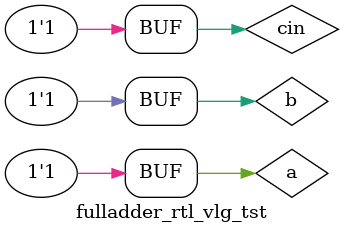
<source format=v>

                                                                                
// Verilog Test Bench template for design : fulladder_rtl
// 
// Simulation tool : Questa Intel FPGA (Verilog)
// 

`timescale 1 ps/ 1 ps
module fulladder_rtl_vlg_tst();
// constants                                           
// general purpose registers
reg eachvec;
// test vector input registers
reg a;
reg b;
reg cin;
// wires                                               
wire cout;
wire sum;

// assign statements (if any)                          
fulladder_rtl i1 (
// port map - connection between master ports and signals/registers   
	.a(a),
	.b(b),
	.cin(cin),
	.cout(cout),
	.sum(sum)
);
initial                                                
begin                                                  
// code that executes only once                        
// insert code here --> begin                          
a = 0; b = 0; cin = 0; // 0 0 0 
#10;

a = 0; b = 0; cin = 1; // 0 0 1
#10;

a = 0; b = 1; cin = 0; // 0 1 0
#10;

a = 0; b = 1; cin = 1; // 0 1 1
#10;

a = 1; b = 0; cin = 0; // 1 0 0
#10;

a = 1; b = 0; cin = 1; // 1 0 1
#10;

a = 1; b = 1; cin = 0; // 1 1 0
#10;

a = 1; b = 1; cin = 1; // 1 1 1
#10;                                                       
// --> end                                             
$display("Running testbench");                       
end                                                    
//always                                                 
// optional sensitivity list                           
// @(event1 or event2 or .... eventn)                  
//begin                                                  
// code executes for every event on sensitivity list   
// insert code here --> begin                          
                                                       
//@eachvec;                                              
// --> end                                             
//end                                                    
endmodule


</source>
